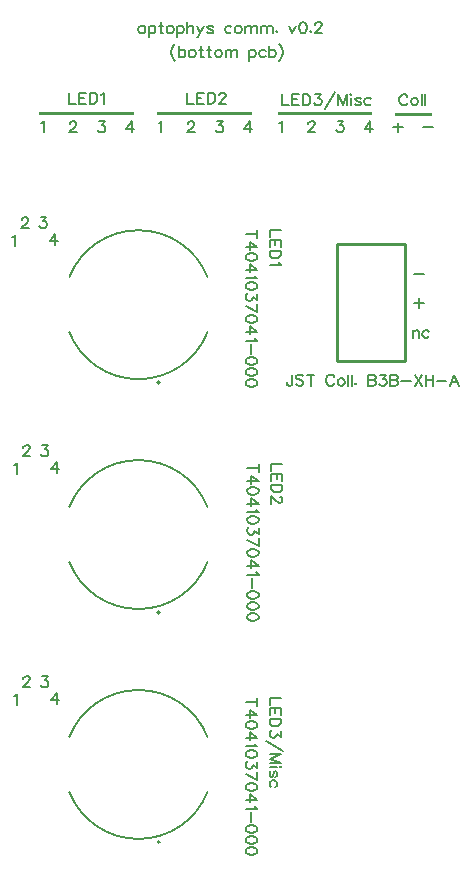
<source format=gto>
G04 Layer: TopSilkscreenLayer*
G04 EasyEDA v6.5.42, 2024-04-22 14:16:48*
G04 7752da08fb664a89a939598d6395460c,c115876feeed43bc8c79c948ea027e3a,10*
G04 Gerber Generator version 0.2*
G04 Scale: 100 percent, Rotated: No, Reflected: No *
G04 Dimensions in millimeters *
G04 leading zeros omitted , absolute positions ,4 integer and 5 decimal *
%FSLAX45Y45*%
%MOMM*%

%ADD10C,0.2032*%
%ADD11C,0.1999*%
%ADD12C,0.1270*%
%ADD13C,0.2540*%

%LPD*%
D10*
X2336038Y-1841500D02*
G01*
X2240534Y-1841500D01*
X2240534Y-1841500D02*
G01*
X2240534Y-1896110D01*
X2336038Y-1926081D02*
G01*
X2240534Y-1926081D01*
X2336038Y-1926081D02*
G01*
X2336038Y-1985010D01*
X2290572Y-1926081D02*
G01*
X2290572Y-1962404D01*
X2240534Y-1926081D02*
G01*
X2240534Y-1985010D01*
X2336038Y-2015236D02*
G01*
X2240534Y-2015236D01*
X2336038Y-2015236D02*
G01*
X2336038Y-2046986D01*
X2331465Y-2060702D01*
X2322575Y-2069592D01*
X2313431Y-2074163D01*
X2299715Y-2078736D01*
X2277109Y-2078736D01*
X2263393Y-2074163D01*
X2254250Y-2069592D01*
X2245106Y-2060702D01*
X2240534Y-2046986D01*
X2240534Y-2015236D01*
X2318004Y-2108707D02*
G01*
X2322575Y-2117852D01*
X2336038Y-2131568D01*
X2240534Y-2131568D01*
X2134615Y-1873250D02*
G01*
X2039111Y-1873250D01*
X2134615Y-1841500D02*
G01*
X2134615Y-1905254D01*
X2134615Y-1980692D02*
G01*
X2070861Y-1935226D01*
X2070861Y-2003297D01*
X2134615Y-1980692D02*
G01*
X2039111Y-1980692D01*
X2134615Y-2060702D02*
G01*
X2130043Y-2046986D01*
X2116327Y-2037842D01*
X2093722Y-2033270D01*
X2080006Y-2033270D01*
X2057145Y-2037842D01*
X2043684Y-2046986D01*
X2039111Y-2060702D01*
X2039111Y-2069592D01*
X2043684Y-2083307D01*
X2057145Y-2092452D01*
X2080006Y-2097023D01*
X2093722Y-2097023D01*
X2116327Y-2092452D01*
X2130043Y-2083307D01*
X2134615Y-2069592D01*
X2134615Y-2060702D01*
X2134615Y-2172462D02*
G01*
X2070861Y-2126995D01*
X2070861Y-2195068D01*
X2134615Y-2172462D02*
G01*
X2039111Y-2172462D01*
X2116327Y-2225039D02*
G01*
X2120900Y-2234184D01*
X2134615Y-2247900D01*
X2039111Y-2247900D01*
X2134615Y-2305050D02*
G01*
X2130043Y-2291587D01*
X2116327Y-2282444D01*
X2093722Y-2277871D01*
X2080006Y-2277871D01*
X2057145Y-2282444D01*
X2043684Y-2291587D01*
X2039111Y-2305050D01*
X2039111Y-2314194D01*
X2043684Y-2327910D01*
X2057145Y-2337054D01*
X2080006Y-2341626D01*
X2093722Y-2341626D01*
X2116327Y-2337054D01*
X2130043Y-2327910D01*
X2134615Y-2314194D01*
X2134615Y-2305050D01*
X2134615Y-2380487D02*
G01*
X2134615Y-2430526D01*
X2098040Y-2403347D01*
X2098040Y-2417063D01*
X2093722Y-2425954D01*
X2089150Y-2430526D01*
X2075434Y-2435097D01*
X2066290Y-2435097D01*
X2052574Y-2430526D01*
X2043684Y-2421381D01*
X2039111Y-2407920D01*
X2039111Y-2394204D01*
X2043684Y-2380487D01*
X2048256Y-2376170D01*
X2057145Y-2371597D01*
X2134615Y-2528823D02*
G01*
X2039111Y-2483357D01*
X2134615Y-2465070D02*
G01*
X2134615Y-2528823D01*
X2134615Y-2585973D02*
G01*
X2130043Y-2572512D01*
X2116327Y-2563368D01*
X2093722Y-2558795D01*
X2080006Y-2558795D01*
X2057145Y-2563368D01*
X2043684Y-2572512D01*
X2039111Y-2585973D01*
X2039111Y-2595118D01*
X2043684Y-2608834D01*
X2057145Y-2617978D01*
X2080006Y-2622295D01*
X2093722Y-2622295D01*
X2116327Y-2617978D01*
X2130043Y-2608834D01*
X2134615Y-2595118D01*
X2134615Y-2585973D01*
X2134615Y-2697987D02*
G01*
X2070861Y-2652521D01*
X2070861Y-2720594D01*
X2134615Y-2697987D02*
G01*
X2039111Y-2697987D01*
X2116327Y-2750565D02*
G01*
X2120900Y-2759710D01*
X2134615Y-2773426D01*
X2039111Y-2773426D01*
X2080006Y-2803397D02*
G01*
X2080006Y-2885186D01*
X2134615Y-2942336D02*
G01*
X2130043Y-2928873D01*
X2116327Y-2919729D01*
X2093722Y-2915157D01*
X2080006Y-2915157D01*
X2057145Y-2919729D01*
X2043684Y-2928873D01*
X2039111Y-2942336D01*
X2039111Y-2951479D01*
X2043684Y-2965195D01*
X2057145Y-2974339D01*
X2080006Y-2978657D01*
X2093722Y-2978657D01*
X2116327Y-2974339D01*
X2130043Y-2965195D01*
X2134615Y-2951479D01*
X2134615Y-2942336D01*
X2134615Y-3036062D02*
G01*
X2130043Y-3022345D01*
X2116327Y-3013202D01*
X2093722Y-3008884D01*
X2080006Y-3008884D01*
X2057145Y-3013202D01*
X2043684Y-3022345D01*
X2039111Y-3036062D01*
X2039111Y-3045205D01*
X2043684Y-3058668D01*
X2057145Y-3067812D01*
X2080006Y-3072384D01*
X2093722Y-3072384D01*
X2116327Y-3067812D01*
X2130043Y-3058668D01*
X2134615Y-3045205D01*
X2134615Y-3036062D01*
X2134615Y-3129787D02*
G01*
X2130043Y-3116071D01*
X2116327Y-3106928D01*
X2093722Y-3102355D01*
X2080006Y-3102355D01*
X2057145Y-3106928D01*
X2043684Y-3116071D01*
X2039111Y-3129787D01*
X2039111Y-3138678D01*
X2043684Y-3152394D01*
X2057145Y-3161537D01*
X2080006Y-3166110D01*
X2093722Y-3166110D01*
X2116327Y-3161537D01*
X2130043Y-3152394D01*
X2134615Y-3138678D01*
X2134615Y-3129787D01*
X2348738Y-3822700D02*
G01*
X2253234Y-3822700D01*
X2253234Y-3822700D02*
G01*
X2253234Y-3877310D01*
X2348738Y-3907281D02*
G01*
X2253234Y-3907281D01*
X2348738Y-3907281D02*
G01*
X2348738Y-3966210D01*
X2303272Y-3907281D02*
G01*
X2303272Y-3943604D01*
X2253234Y-3907281D02*
G01*
X2253234Y-3966210D01*
X2348738Y-3996436D02*
G01*
X2253234Y-3996436D01*
X2348738Y-3996436D02*
G01*
X2348738Y-4028186D01*
X2344165Y-4041902D01*
X2335275Y-4050792D01*
X2326131Y-4055363D01*
X2312415Y-4059936D01*
X2289809Y-4059936D01*
X2276093Y-4055363D01*
X2266950Y-4050792D01*
X2257806Y-4041902D01*
X2253234Y-4028186D01*
X2253234Y-3996436D01*
X2326131Y-4094479D02*
G01*
X2330704Y-4094479D01*
X2339593Y-4099052D01*
X2344165Y-4103623D01*
X2348738Y-4112768D01*
X2348738Y-4130802D01*
X2344165Y-4139945D01*
X2339593Y-4144518D01*
X2330704Y-4149089D01*
X2321559Y-4149089D01*
X2312415Y-4144518D01*
X2298700Y-4135373D01*
X2253234Y-4089907D01*
X2253234Y-4153662D01*
X2147315Y-3854450D02*
G01*
X2051811Y-3854450D01*
X2147315Y-3822700D02*
G01*
X2147315Y-3886454D01*
X2147315Y-3961892D02*
G01*
X2083561Y-3916426D01*
X2083561Y-3984497D01*
X2147315Y-3961892D02*
G01*
X2051811Y-3961892D01*
X2147315Y-4041902D02*
G01*
X2142743Y-4028186D01*
X2129027Y-4019042D01*
X2106422Y-4014470D01*
X2092706Y-4014470D01*
X2069845Y-4019042D01*
X2056384Y-4028186D01*
X2051811Y-4041902D01*
X2051811Y-4050792D01*
X2056384Y-4064507D01*
X2069845Y-4073652D01*
X2092706Y-4078223D01*
X2106422Y-4078223D01*
X2129027Y-4073652D01*
X2142743Y-4064507D01*
X2147315Y-4050792D01*
X2147315Y-4041902D01*
X2147315Y-4153662D02*
G01*
X2083561Y-4108195D01*
X2083561Y-4176268D01*
X2147315Y-4153662D02*
G01*
X2051811Y-4153662D01*
X2129027Y-4206239D02*
G01*
X2133600Y-4215384D01*
X2147315Y-4229100D01*
X2051811Y-4229100D01*
X2147315Y-4286250D02*
G01*
X2142743Y-4272787D01*
X2129027Y-4263644D01*
X2106422Y-4259071D01*
X2092706Y-4259071D01*
X2069845Y-4263644D01*
X2056384Y-4272787D01*
X2051811Y-4286250D01*
X2051811Y-4295394D01*
X2056384Y-4309110D01*
X2069845Y-4318254D01*
X2092706Y-4322826D01*
X2106422Y-4322826D01*
X2129027Y-4318254D01*
X2142743Y-4309110D01*
X2147315Y-4295394D01*
X2147315Y-4286250D01*
X2147315Y-4361687D02*
G01*
X2147315Y-4411726D01*
X2110740Y-4384547D01*
X2110740Y-4398263D01*
X2106422Y-4407154D01*
X2101850Y-4411726D01*
X2088134Y-4416297D01*
X2078990Y-4416297D01*
X2065274Y-4411726D01*
X2056384Y-4402581D01*
X2051811Y-4389120D01*
X2051811Y-4375404D01*
X2056384Y-4361687D01*
X2060956Y-4357370D01*
X2069845Y-4352797D01*
X2147315Y-4510023D02*
G01*
X2051811Y-4464557D01*
X2147315Y-4446270D02*
G01*
X2147315Y-4510023D01*
X2147315Y-4567173D02*
G01*
X2142743Y-4553712D01*
X2129027Y-4544568D01*
X2106422Y-4539995D01*
X2092706Y-4539995D01*
X2069845Y-4544568D01*
X2056384Y-4553712D01*
X2051811Y-4567173D01*
X2051811Y-4576318D01*
X2056384Y-4590034D01*
X2069845Y-4599178D01*
X2092706Y-4603495D01*
X2106422Y-4603495D01*
X2129027Y-4599178D01*
X2142743Y-4590034D01*
X2147315Y-4576318D01*
X2147315Y-4567173D01*
X2147315Y-4679187D02*
G01*
X2083561Y-4633721D01*
X2083561Y-4701794D01*
X2147315Y-4679187D02*
G01*
X2051811Y-4679187D01*
X2129027Y-4731765D02*
G01*
X2133600Y-4740910D01*
X2147315Y-4754626D01*
X2051811Y-4754626D01*
X2092706Y-4784597D02*
G01*
X2092706Y-4866386D01*
X2147315Y-4923536D02*
G01*
X2142743Y-4910073D01*
X2129027Y-4900929D01*
X2106422Y-4896357D01*
X2092706Y-4896357D01*
X2069845Y-4900929D01*
X2056384Y-4910073D01*
X2051811Y-4923536D01*
X2051811Y-4932679D01*
X2056384Y-4946395D01*
X2069845Y-4955539D01*
X2092706Y-4959857D01*
X2106422Y-4959857D01*
X2129027Y-4955539D01*
X2142743Y-4946395D01*
X2147315Y-4932679D01*
X2147315Y-4923536D01*
X2147315Y-5017262D02*
G01*
X2142743Y-5003545D01*
X2129027Y-4994402D01*
X2106422Y-4990084D01*
X2092706Y-4990084D01*
X2069845Y-4994402D01*
X2056384Y-5003545D01*
X2051811Y-5017262D01*
X2051811Y-5026405D01*
X2056384Y-5039868D01*
X2069845Y-5049012D01*
X2092706Y-5053584D01*
X2106422Y-5053584D01*
X2129027Y-5049012D01*
X2142743Y-5039868D01*
X2147315Y-5026405D01*
X2147315Y-5017262D01*
X2147315Y-5110987D02*
G01*
X2142743Y-5097271D01*
X2129027Y-5088128D01*
X2106422Y-5083555D01*
X2092706Y-5083555D01*
X2069845Y-5088128D01*
X2056384Y-5097271D01*
X2051811Y-5110987D01*
X2051811Y-5119878D01*
X2056384Y-5133594D01*
X2069845Y-5142737D01*
X2092706Y-5147310D01*
X2106422Y-5147310D01*
X2129027Y-5142737D01*
X2142743Y-5133594D01*
X2147315Y-5119878D01*
X2147315Y-5110987D01*
X2433065Y-3061462D02*
G01*
X2433065Y-3134105D01*
X2428493Y-3147821D01*
X2423922Y-3152394D01*
X2414777Y-3156965D01*
X2405888Y-3156965D01*
X2396743Y-3152394D01*
X2392172Y-3147821D01*
X2387600Y-3134105D01*
X2387600Y-3124962D01*
X2526791Y-3074923D02*
G01*
X2517647Y-3066034D01*
X2503931Y-3061462D01*
X2485897Y-3061462D01*
X2472181Y-3066034D01*
X2463038Y-3074923D01*
X2463038Y-3084068D01*
X2467609Y-3093212D01*
X2472181Y-3097784D01*
X2481325Y-3102355D01*
X2508504Y-3111500D01*
X2517647Y-3115818D01*
X2522220Y-3120389D01*
X2526791Y-3129534D01*
X2526791Y-3143250D01*
X2517647Y-3152394D01*
X2503931Y-3156965D01*
X2485897Y-3156965D01*
X2472181Y-3152394D01*
X2463038Y-3143250D01*
X2588513Y-3061462D02*
G01*
X2588513Y-3156965D01*
X2556763Y-3061462D02*
G01*
X2620263Y-3061462D01*
X2788411Y-3084068D02*
G01*
X2783840Y-3074923D01*
X2774950Y-3066034D01*
X2765806Y-3061462D01*
X2747518Y-3061462D01*
X2738627Y-3066034D01*
X2729484Y-3074923D01*
X2724911Y-3084068D01*
X2720340Y-3097784D01*
X2720340Y-3120389D01*
X2724911Y-3134105D01*
X2729484Y-3143250D01*
X2738627Y-3152394D01*
X2747518Y-3156965D01*
X2765806Y-3156965D01*
X2774950Y-3152394D01*
X2783840Y-3143250D01*
X2788411Y-3134105D01*
X2841243Y-3093212D02*
G01*
X2832100Y-3097784D01*
X2822956Y-3106928D01*
X2818384Y-3120389D01*
X2818384Y-3129534D01*
X2822956Y-3143250D01*
X2832100Y-3152394D01*
X2841243Y-3156965D01*
X2854959Y-3156965D01*
X2863850Y-3152394D01*
X2872993Y-3143250D01*
X2877565Y-3129534D01*
X2877565Y-3120389D01*
X2872993Y-3106928D01*
X2863850Y-3097784D01*
X2854959Y-3093212D01*
X2841243Y-3093212D01*
X2907538Y-3061462D02*
G01*
X2907538Y-3156965D01*
X2937509Y-3061462D02*
G01*
X2937509Y-3156965D01*
X2972054Y-3134105D02*
G01*
X2967481Y-3138678D01*
X2972054Y-3143250D01*
X2976625Y-3138678D01*
X2972054Y-3134105D01*
X3076702Y-3061462D02*
G01*
X3076702Y-3156965D01*
X3076702Y-3061462D02*
G01*
X3117595Y-3061462D01*
X3131311Y-3066034D01*
X3135884Y-3070605D01*
X3140202Y-3079495D01*
X3140202Y-3088639D01*
X3135884Y-3097784D01*
X3131311Y-3102355D01*
X3117595Y-3106928D01*
X3076702Y-3106928D02*
G01*
X3117595Y-3106928D01*
X3131311Y-3111500D01*
X3135884Y-3115818D01*
X3140202Y-3124962D01*
X3140202Y-3138678D01*
X3135884Y-3147821D01*
X3131311Y-3152394D01*
X3117595Y-3156965D01*
X3076702Y-3156965D01*
X3179318Y-3061462D02*
G01*
X3229356Y-3061462D01*
X3202177Y-3097784D01*
X3215893Y-3097784D01*
X3224784Y-3102355D01*
X3229356Y-3106928D01*
X3233927Y-3120389D01*
X3233927Y-3129534D01*
X3229356Y-3143250D01*
X3220211Y-3152394D01*
X3206750Y-3156965D01*
X3193034Y-3156965D01*
X3179318Y-3152394D01*
X3174745Y-3147821D01*
X3170427Y-3138678D01*
X3263900Y-3061462D02*
G01*
X3263900Y-3156965D01*
X3263900Y-3061462D02*
G01*
X3304793Y-3061462D01*
X3318509Y-3066034D01*
X3323081Y-3070605D01*
X3327654Y-3079495D01*
X3327654Y-3088639D01*
X3323081Y-3097784D01*
X3318509Y-3102355D01*
X3304793Y-3106928D01*
X3263900Y-3106928D02*
G01*
X3304793Y-3106928D01*
X3318509Y-3111500D01*
X3323081Y-3115818D01*
X3327654Y-3124962D01*
X3327654Y-3138678D01*
X3323081Y-3147821D01*
X3318509Y-3152394D01*
X3304793Y-3156965D01*
X3263900Y-3156965D01*
X3357625Y-3115818D02*
G01*
X3439413Y-3115818D01*
X3469386Y-3061462D02*
G01*
X3533140Y-3156965D01*
X3533140Y-3061462D02*
G01*
X3469386Y-3156965D01*
X3563111Y-3061462D02*
G01*
X3563111Y-3156965D01*
X3626611Y-3061462D02*
G01*
X3626611Y-3156965D01*
X3563111Y-3106928D02*
G01*
X3626611Y-3106928D01*
X3656584Y-3115818D02*
G01*
X3738625Y-3115818D01*
X3804920Y-3061462D02*
G01*
X3768597Y-3156965D01*
X3804920Y-3061462D02*
G01*
X3841241Y-3156965D01*
X3782059Y-3124962D02*
G01*
X3827525Y-3124962D01*
X1152906Y-108712D02*
G01*
X1144015Y-113284D01*
X1134872Y-122428D01*
X1130300Y-135889D01*
X1130300Y-145034D01*
X1134872Y-158750D01*
X1144015Y-167894D01*
X1152906Y-172465D01*
X1166622Y-172465D01*
X1175765Y-167894D01*
X1184909Y-158750D01*
X1189481Y-145034D01*
X1189481Y-135889D01*
X1184909Y-122428D01*
X1175765Y-113284D01*
X1166622Y-108712D01*
X1152906Y-108712D01*
X1219454Y-108712D02*
G01*
X1219454Y-204215D01*
X1219454Y-122428D02*
G01*
X1228597Y-113284D01*
X1237488Y-108712D01*
X1251204Y-108712D01*
X1260347Y-113284D01*
X1269491Y-122428D01*
X1273809Y-135889D01*
X1273809Y-145034D01*
X1269491Y-158750D01*
X1260347Y-167894D01*
X1251204Y-172465D01*
X1237488Y-172465D01*
X1228597Y-167894D01*
X1219454Y-158750D01*
X1317497Y-76962D02*
G01*
X1317497Y-154178D01*
X1322070Y-167894D01*
X1331213Y-172465D01*
X1340358Y-172465D01*
X1304036Y-108712D02*
G01*
X1335786Y-108712D01*
X1392936Y-108712D02*
G01*
X1384045Y-113284D01*
X1374902Y-122428D01*
X1370329Y-135889D01*
X1370329Y-145034D01*
X1374902Y-158750D01*
X1384045Y-167894D01*
X1392936Y-172465D01*
X1406652Y-172465D01*
X1415795Y-167894D01*
X1424940Y-158750D01*
X1429511Y-145034D01*
X1429511Y-135889D01*
X1424940Y-122428D01*
X1415795Y-113284D01*
X1406652Y-108712D01*
X1392936Y-108712D01*
X1459484Y-108712D02*
G01*
X1459484Y-204215D01*
X1459484Y-122428D02*
G01*
X1468374Y-113284D01*
X1477518Y-108712D01*
X1491234Y-108712D01*
X1500377Y-113284D01*
X1509268Y-122428D01*
X1513840Y-135889D01*
X1513840Y-145034D01*
X1509268Y-158750D01*
X1500377Y-167894D01*
X1491234Y-172465D01*
X1477518Y-172465D01*
X1468374Y-167894D01*
X1459484Y-158750D01*
X1543811Y-76962D02*
G01*
X1543811Y-172465D01*
X1543811Y-127000D02*
G01*
X1557527Y-113284D01*
X1566672Y-108712D01*
X1580388Y-108712D01*
X1589277Y-113284D01*
X1593850Y-127000D01*
X1593850Y-172465D01*
X1628393Y-108712D02*
G01*
X1655825Y-172465D01*
X1683004Y-108712D02*
G01*
X1655825Y-172465D01*
X1646681Y-190500D01*
X1637538Y-199644D01*
X1628393Y-204215D01*
X1623822Y-204215D01*
X1763013Y-122428D02*
G01*
X1758441Y-113284D01*
X1744725Y-108712D01*
X1731263Y-108712D01*
X1717547Y-113284D01*
X1712975Y-122428D01*
X1717547Y-131318D01*
X1726691Y-135889D01*
X1749297Y-140462D01*
X1758441Y-145034D01*
X1763013Y-154178D01*
X1763013Y-158750D01*
X1758441Y-167894D01*
X1744725Y-172465D01*
X1731263Y-172465D01*
X1717547Y-167894D01*
X1712975Y-158750D01*
X1917445Y-122428D02*
G01*
X1908556Y-113284D01*
X1899411Y-108712D01*
X1885695Y-108712D01*
X1876552Y-113284D01*
X1867661Y-122428D01*
X1863090Y-135889D01*
X1863090Y-145034D01*
X1867661Y-158750D01*
X1876552Y-167894D01*
X1885695Y-172465D01*
X1899411Y-172465D01*
X1908556Y-167894D01*
X1917445Y-158750D01*
X1970277Y-108712D02*
G01*
X1961134Y-113284D01*
X1951990Y-122428D01*
X1947672Y-135889D01*
X1947672Y-145034D01*
X1951990Y-158750D01*
X1961134Y-167894D01*
X1970277Y-172465D01*
X1983993Y-172465D01*
X1993138Y-167894D01*
X2002027Y-158750D01*
X2006600Y-145034D01*
X2006600Y-135889D01*
X2002027Y-122428D01*
X1993138Y-113284D01*
X1983993Y-108712D01*
X1970277Y-108712D01*
X2036572Y-108712D02*
G01*
X2036572Y-172465D01*
X2036572Y-127000D02*
G01*
X2050288Y-113284D01*
X2059431Y-108712D01*
X2073147Y-108712D01*
X2082038Y-113284D01*
X2086609Y-127000D01*
X2086609Y-172465D01*
X2086609Y-127000D02*
G01*
X2100325Y-113284D01*
X2109470Y-108712D01*
X2122931Y-108712D01*
X2132075Y-113284D01*
X2136647Y-127000D01*
X2136647Y-172465D01*
X2166620Y-108712D02*
G01*
X2166620Y-172465D01*
X2166620Y-127000D02*
G01*
X2180336Y-113284D01*
X2189479Y-108712D01*
X2202941Y-108712D01*
X2212086Y-113284D01*
X2216658Y-127000D01*
X2216658Y-172465D01*
X2216658Y-127000D02*
G01*
X2230374Y-113284D01*
X2239263Y-108712D01*
X2252979Y-108712D01*
X2262124Y-113284D01*
X2266695Y-127000D01*
X2266695Y-172465D01*
X2301240Y-149605D02*
G01*
X2296668Y-154178D01*
X2301240Y-158750D01*
X2305811Y-154178D01*
X2301240Y-149605D01*
X2405634Y-108712D02*
G01*
X2433065Y-172465D01*
X2460243Y-108712D02*
G01*
X2433065Y-172465D01*
X2517647Y-76962D02*
G01*
X2503931Y-81534D01*
X2494788Y-94995D01*
X2490215Y-117855D01*
X2490215Y-131318D01*
X2494788Y-154178D01*
X2503931Y-167894D01*
X2517647Y-172465D01*
X2526538Y-172465D01*
X2540254Y-167894D01*
X2549397Y-154178D01*
X2553970Y-131318D01*
X2553970Y-117855D01*
X2549397Y-94995D01*
X2540254Y-81534D01*
X2526538Y-76962D01*
X2517647Y-76962D01*
X2588513Y-149605D02*
G01*
X2583941Y-154178D01*
X2588513Y-158750D01*
X2593086Y-154178D01*
X2588513Y-149605D01*
X2627629Y-99568D02*
G01*
X2627629Y-94995D01*
X2632202Y-86105D01*
X2636774Y-81534D01*
X2645663Y-76962D01*
X2663952Y-76962D01*
X2673095Y-81534D01*
X2677668Y-86105D01*
X2682240Y-94995D01*
X2682240Y-104139D01*
X2677668Y-113284D01*
X2668524Y-127000D01*
X2623058Y-172465D01*
X2686558Y-172465D01*
X1442211Y-260350D02*
G01*
X1433068Y-269494D01*
X1423924Y-282955D01*
X1414779Y-301244D01*
X1410208Y-323850D01*
X1410208Y-342137D01*
X1414779Y-364744D01*
X1423924Y-383031D01*
X1433068Y-396747D01*
X1442211Y-405637D01*
X1472184Y-278384D02*
G01*
X1472184Y-373887D01*
X1472184Y-323850D02*
G01*
X1481327Y-314960D01*
X1490218Y-310387D01*
X1503934Y-310387D01*
X1513077Y-314960D01*
X1522222Y-323850D01*
X1526540Y-337565D01*
X1526540Y-346710D01*
X1522222Y-360426D01*
X1513077Y-369315D01*
X1503934Y-373887D01*
X1490218Y-373887D01*
X1481327Y-369315D01*
X1472184Y-360426D01*
X1579372Y-310387D02*
G01*
X1570227Y-314960D01*
X1561084Y-323850D01*
X1556765Y-337565D01*
X1556765Y-346710D01*
X1561084Y-360426D01*
X1570227Y-369315D01*
X1579372Y-373887D01*
X1593088Y-373887D01*
X1602231Y-369315D01*
X1611122Y-360426D01*
X1615693Y-346710D01*
X1615693Y-337565D01*
X1611122Y-323850D01*
X1602231Y-314960D01*
X1593088Y-310387D01*
X1579372Y-310387D01*
X1659381Y-278384D02*
G01*
X1659381Y-355854D01*
X1663954Y-369315D01*
X1673097Y-373887D01*
X1682241Y-373887D01*
X1645665Y-310387D02*
G01*
X1677670Y-310387D01*
X1725675Y-278384D02*
G01*
X1725675Y-355854D01*
X1730247Y-369315D01*
X1739391Y-373887D01*
X1748536Y-373887D01*
X1712213Y-310387D02*
G01*
X1743963Y-310387D01*
X1801113Y-310387D02*
G01*
X1792224Y-314960D01*
X1783079Y-323850D01*
X1778508Y-337565D01*
X1778508Y-346710D01*
X1783079Y-360426D01*
X1792224Y-369315D01*
X1801113Y-373887D01*
X1814829Y-373887D01*
X1823974Y-369315D01*
X1833118Y-360426D01*
X1837690Y-346710D01*
X1837690Y-337565D01*
X1833118Y-323850D01*
X1823974Y-314960D01*
X1814829Y-310387D01*
X1801113Y-310387D01*
X1867661Y-310387D02*
G01*
X1867661Y-373887D01*
X1867661Y-328421D02*
G01*
X1881124Y-314960D01*
X1890268Y-310387D01*
X1903984Y-310387D01*
X1913127Y-314960D01*
X1917445Y-328421D01*
X1917445Y-373887D01*
X1917445Y-328421D02*
G01*
X1931161Y-314960D01*
X1940306Y-310387D01*
X1954022Y-310387D01*
X1962911Y-314960D01*
X1967484Y-328421D01*
X1967484Y-373887D01*
X2067559Y-310387D02*
G01*
X2067559Y-405637D01*
X2067559Y-323850D02*
G01*
X2076704Y-314960D01*
X2085847Y-310387D01*
X2099309Y-310387D01*
X2108454Y-314960D01*
X2117597Y-323850D01*
X2122170Y-337565D01*
X2122170Y-346710D01*
X2117597Y-360426D01*
X2108454Y-369315D01*
X2099309Y-373887D01*
X2085847Y-373887D01*
X2076704Y-369315D01*
X2067559Y-360426D01*
X2206752Y-323850D02*
G01*
X2197608Y-314960D01*
X2188463Y-310387D01*
X2174747Y-310387D01*
X2165858Y-314960D01*
X2156713Y-323850D01*
X2152141Y-337565D01*
X2152141Y-346710D01*
X2156713Y-360426D01*
X2165858Y-369315D01*
X2174747Y-373887D01*
X2188463Y-373887D01*
X2197608Y-369315D01*
X2206752Y-360426D01*
X2236724Y-278384D02*
G01*
X2236724Y-373887D01*
X2236724Y-323850D02*
G01*
X2245868Y-314960D01*
X2254758Y-310387D01*
X2268474Y-310387D01*
X2277618Y-314960D01*
X2286761Y-323850D01*
X2291079Y-337565D01*
X2291079Y-346710D01*
X2286761Y-360426D01*
X2277618Y-369315D01*
X2268474Y-373887D01*
X2254758Y-373887D01*
X2245868Y-369315D01*
X2236724Y-360426D01*
X2321306Y-260350D02*
G01*
X2330195Y-269494D01*
X2339340Y-282955D01*
X2348484Y-301244D01*
X2353056Y-323850D01*
X2353056Y-342137D01*
X2348484Y-364744D01*
X2339340Y-383031D01*
X2330195Y-396747D01*
X2321306Y-405637D01*
X3330193Y-928623D02*
G01*
X3330193Y-1010665D01*
X3289300Y-969518D02*
G01*
X3371088Y-969518D01*
X3543300Y-969518D02*
G01*
X3625088Y-969518D01*
X546100Y-673862D02*
G01*
X546100Y-769365D01*
X546100Y-769365D02*
G01*
X600710Y-769365D01*
X630681Y-673862D02*
G01*
X630681Y-769365D01*
X630681Y-673862D02*
G01*
X689609Y-673862D01*
X630681Y-719328D02*
G01*
X667004Y-719328D01*
X630681Y-769365D02*
G01*
X689609Y-769365D01*
X719836Y-673862D02*
G01*
X719836Y-769365D01*
X719836Y-673862D02*
G01*
X751586Y-673862D01*
X765302Y-678434D01*
X774191Y-687323D01*
X778763Y-696468D01*
X783336Y-710184D01*
X783336Y-732789D01*
X778763Y-746505D01*
X774191Y-755650D01*
X765302Y-764794D01*
X751586Y-769365D01*
X719836Y-769365D01*
X813308Y-691895D02*
G01*
X822452Y-687323D01*
X836168Y-673862D01*
X836168Y-769365D01*
X304800Y-933195D02*
G01*
X313944Y-928623D01*
X327405Y-915162D01*
X327405Y-1010665D01*
X550671Y-937768D02*
G01*
X550671Y-933195D01*
X555244Y-924305D01*
X559815Y-919734D01*
X568705Y-915162D01*
X586994Y-915162D01*
X596137Y-919734D01*
X600710Y-924305D01*
X605281Y-933195D01*
X605281Y-942339D01*
X600710Y-951484D01*
X591565Y-965200D01*
X546100Y-1010665D01*
X609854Y-1010665D01*
X796543Y-915162D02*
G01*
X846581Y-915162D01*
X819150Y-951484D01*
X832865Y-951484D01*
X842009Y-956055D01*
X846581Y-960628D01*
X851154Y-974089D01*
X851154Y-983234D01*
X846581Y-996950D01*
X837438Y-1006094D01*
X823722Y-1010665D01*
X810006Y-1010665D01*
X796543Y-1006094D01*
X791972Y-1001521D01*
X787400Y-992378D01*
X1074165Y-915162D02*
G01*
X1028700Y-978662D01*
X1096772Y-978662D01*
X1074165Y-915162D02*
G01*
X1074165Y-1010665D01*
X1543050Y-674115D02*
G01*
X1543050Y-769365D01*
X1543050Y-769365D02*
G01*
X1597659Y-769365D01*
X1627631Y-674115D02*
G01*
X1627631Y-769365D01*
X1627631Y-674115D02*
G01*
X1686813Y-674115D01*
X1627631Y-719328D02*
G01*
X1663954Y-719328D01*
X1627631Y-769365D02*
G01*
X1686813Y-769365D01*
X1716786Y-674115D02*
G01*
X1716786Y-769365D01*
X1716786Y-674115D02*
G01*
X1748536Y-674115D01*
X1762252Y-678434D01*
X1771395Y-687578D01*
X1775713Y-696721D01*
X1780286Y-710437D01*
X1780286Y-733044D01*
X1775713Y-746760D01*
X1771395Y-755904D01*
X1762252Y-764794D01*
X1748536Y-769365D01*
X1716786Y-769365D01*
X1814829Y-696721D02*
G01*
X1814829Y-692150D01*
X1819402Y-683005D01*
X1823974Y-678434D01*
X1833118Y-674115D01*
X1851406Y-674115D01*
X1860295Y-678434D01*
X1864868Y-683005D01*
X1869440Y-692150D01*
X1869440Y-701294D01*
X1864868Y-710437D01*
X1855724Y-723900D01*
X1810258Y-769365D01*
X1874011Y-769365D01*
X1301800Y-933396D02*
G01*
X1310944Y-928824D01*
X1324406Y-915362D01*
X1324406Y-1010866D01*
X1547672Y-937968D02*
G01*
X1547672Y-933396D01*
X1552244Y-924506D01*
X1556816Y-919934D01*
X1565706Y-915362D01*
X1583994Y-915362D01*
X1593138Y-919934D01*
X1597710Y-924506D01*
X1602282Y-933396D01*
X1602282Y-942540D01*
X1597710Y-951684D01*
X1588566Y-965400D01*
X1543100Y-1010866D01*
X1606854Y-1010866D01*
X1793544Y-915362D02*
G01*
X1843582Y-915362D01*
X1816150Y-951684D01*
X1829866Y-951684D01*
X1839010Y-956256D01*
X1843582Y-960828D01*
X1848154Y-974290D01*
X1848154Y-983434D01*
X1843582Y-997150D01*
X1834438Y-1006294D01*
X1820722Y-1010866D01*
X1807006Y-1010866D01*
X1793544Y-1006294D01*
X1788972Y-1001722D01*
X1784400Y-992578D01*
X2071166Y-915362D02*
G01*
X2025700Y-978862D01*
X2093772Y-978862D01*
X2071166Y-915362D02*
G01*
X2071166Y-1010866D01*
X63500Y-1898395D02*
G01*
X72644Y-1893823D01*
X86105Y-1880362D01*
X86105Y-1975865D01*
X144271Y-1750568D02*
G01*
X144271Y-1745995D01*
X148844Y-1737105D01*
X153415Y-1732534D01*
X162305Y-1727962D01*
X180594Y-1727962D01*
X189737Y-1732534D01*
X194310Y-1737105D01*
X198881Y-1745995D01*
X198881Y-1755139D01*
X194310Y-1764284D01*
X185165Y-1778000D01*
X139700Y-1823465D01*
X203454Y-1823465D01*
X301244Y-1727962D02*
G01*
X351281Y-1727962D01*
X323850Y-1764284D01*
X337565Y-1764284D01*
X346710Y-1768855D01*
X351281Y-1773428D01*
X355854Y-1786889D01*
X355854Y-1796034D01*
X351281Y-1809750D01*
X342137Y-1818894D01*
X328421Y-1823465D01*
X314705Y-1823465D01*
X301244Y-1818894D01*
X296671Y-1814321D01*
X292100Y-1805178D01*
X426465Y-1867662D02*
G01*
X381000Y-1931162D01*
X449071Y-1931162D01*
X426465Y-1867662D02*
G01*
X426465Y-1963165D01*
X76200Y-3828795D02*
G01*
X85344Y-3824223D01*
X98805Y-3810762D01*
X98805Y-3906265D01*
X156971Y-3680968D02*
G01*
X156971Y-3676395D01*
X161544Y-3667505D01*
X166115Y-3662934D01*
X175005Y-3658362D01*
X193294Y-3658362D01*
X202437Y-3662934D01*
X207010Y-3667505D01*
X211581Y-3676395D01*
X211581Y-3685539D01*
X207010Y-3694684D01*
X197865Y-3708400D01*
X152400Y-3753865D01*
X216154Y-3753865D01*
X313944Y-3658362D02*
G01*
X363981Y-3658362D01*
X336550Y-3694684D01*
X350265Y-3694684D01*
X359410Y-3699255D01*
X363981Y-3703828D01*
X368554Y-3717289D01*
X368554Y-3726434D01*
X363981Y-3740150D01*
X354837Y-3749294D01*
X341121Y-3753865D01*
X327405Y-3753865D01*
X313944Y-3749294D01*
X309371Y-3744721D01*
X304800Y-3735578D01*
X439165Y-3798062D02*
G01*
X393700Y-3861562D01*
X461771Y-3861562D01*
X439165Y-3798062D02*
G01*
X439165Y-3893565D01*
X3507993Y-2414523D02*
G01*
X3507993Y-2496565D01*
X3467100Y-2455418D02*
G01*
X3548888Y-2455418D01*
X3467100Y-2214118D02*
G01*
X3548888Y-2214118D01*
X3454400Y-2686812D02*
G01*
X3454400Y-2750565D01*
X3454400Y-2705100D02*
G01*
X3468115Y-2691384D01*
X3477006Y-2686812D01*
X3490722Y-2686812D01*
X3499865Y-2691384D01*
X3504438Y-2705100D01*
X3504438Y-2750565D01*
X3589020Y-2700528D02*
G01*
X3579875Y-2691384D01*
X3570731Y-2686812D01*
X3557015Y-2686812D01*
X3548125Y-2691384D01*
X3538981Y-2700528D01*
X3534409Y-2713989D01*
X3534409Y-2723134D01*
X3538981Y-2736850D01*
X3548125Y-2745994D01*
X3557015Y-2750565D01*
X3570731Y-2750565D01*
X3579875Y-2745994D01*
X3589020Y-2736850D01*
X2349500Y-686562D02*
G01*
X2349500Y-782065D01*
X2349500Y-782065D02*
G01*
X2404109Y-782065D01*
X2434081Y-686562D02*
G01*
X2434081Y-782065D01*
X2434081Y-686562D02*
G01*
X2493009Y-686562D01*
X2434081Y-732028D02*
G01*
X2470404Y-732028D01*
X2434081Y-782065D02*
G01*
X2493009Y-782065D01*
X2523236Y-686562D02*
G01*
X2523236Y-782065D01*
X2523236Y-686562D02*
G01*
X2554986Y-686562D01*
X2568702Y-691134D01*
X2577591Y-700023D01*
X2582163Y-709168D01*
X2586736Y-722884D01*
X2586736Y-745489D01*
X2582163Y-759205D01*
X2577591Y-768350D01*
X2568702Y-777494D01*
X2554986Y-782065D01*
X2523236Y-782065D01*
X2625852Y-686562D02*
G01*
X2675890Y-686562D01*
X2648711Y-722884D01*
X2662174Y-722884D01*
X2671318Y-727455D01*
X2675890Y-732028D01*
X2680461Y-745489D01*
X2680461Y-754634D01*
X2675890Y-768350D01*
X2666745Y-777494D01*
X2653029Y-782065D01*
X2639568Y-782065D01*
X2625852Y-777494D01*
X2621279Y-772921D01*
X2616708Y-763778D01*
X2792222Y-668273D02*
G01*
X2710434Y-813815D01*
X2822193Y-686562D02*
G01*
X2822193Y-782065D01*
X2822193Y-686562D02*
G01*
X2858515Y-782065D01*
X2894838Y-686562D02*
G01*
X2858515Y-782065D01*
X2894838Y-686562D02*
G01*
X2894838Y-782065D01*
X2925063Y-686562D02*
G01*
X2929381Y-691134D01*
X2933954Y-686562D01*
X2929381Y-681989D01*
X2925063Y-686562D01*
X2929381Y-718312D02*
G01*
X2929381Y-782065D01*
X3013963Y-732028D02*
G01*
X3009391Y-722884D01*
X2995929Y-718312D01*
X2982213Y-718312D01*
X2968497Y-722884D01*
X2963925Y-732028D01*
X2968497Y-740918D01*
X2977641Y-745489D01*
X3000502Y-750062D01*
X3009391Y-754634D01*
X3013963Y-763778D01*
X3013963Y-768350D01*
X3009391Y-777494D01*
X2995929Y-782065D01*
X2982213Y-782065D01*
X2968497Y-777494D01*
X2963925Y-768350D01*
X3098545Y-732028D02*
G01*
X3089402Y-722884D01*
X3080511Y-718312D01*
X3066795Y-718312D01*
X3057652Y-722884D01*
X3048508Y-732028D01*
X3043936Y-745489D01*
X3043936Y-754634D01*
X3048508Y-768350D01*
X3057652Y-777494D01*
X3066795Y-782065D01*
X3080511Y-782065D01*
X3089402Y-777494D01*
X3098545Y-768350D01*
X3093465Y-915159D02*
G01*
X3048000Y-978659D01*
X3116072Y-978659D01*
X3093465Y-915159D02*
G01*
X3093465Y-1010663D01*
X2815843Y-915159D02*
G01*
X2865881Y-915159D01*
X2838450Y-951481D01*
X2852165Y-951481D01*
X2861309Y-956053D01*
X2865881Y-960625D01*
X2870454Y-974087D01*
X2870454Y-983231D01*
X2865881Y-996947D01*
X2856738Y-1006091D01*
X2843022Y-1010663D01*
X2829306Y-1010663D01*
X2815843Y-1006091D01*
X2811272Y-1001519D01*
X2806700Y-992375D01*
X2324100Y-933193D02*
G01*
X2333243Y-928621D01*
X2346706Y-915159D01*
X2346706Y-1010663D01*
X2569972Y-937765D02*
G01*
X2569972Y-933193D01*
X2574543Y-924303D01*
X2579115Y-919731D01*
X2588006Y-915159D01*
X2606293Y-915159D01*
X2615438Y-919731D01*
X2620009Y-924303D01*
X2624581Y-933193D01*
X2624581Y-942337D01*
X2620009Y-951481D01*
X2610865Y-965197D01*
X2565400Y-1010663D01*
X2629154Y-1010663D01*
X439165Y-5753862D02*
G01*
X393700Y-5817362D01*
X461771Y-5817362D01*
X439165Y-5753862D02*
G01*
X439165Y-5849365D01*
X313944Y-5614162D02*
G01*
X363981Y-5614162D01*
X336550Y-5650484D01*
X350265Y-5650484D01*
X359410Y-5655055D01*
X363981Y-5659628D01*
X368554Y-5673089D01*
X368554Y-5682234D01*
X363981Y-5695950D01*
X354837Y-5705094D01*
X341121Y-5709665D01*
X327405Y-5709665D01*
X313944Y-5705094D01*
X309371Y-5700521D01*
X304800Y-5691378D01*
X156971Y-5636768D02*
G01*
X156971Y-5632195D01*
X161544Y-5623305D01*
X166115Y-5618734D01*
X175005Y-5614162D01*
X193294Y-5614162D01*
X202437Y-5618734D01*
X207010Y-5623305D01*
X211581Y-5632195D01*
X211581Y-5641339D01*
X207010Y-5650484D01*
X197865Y-5664200D01*
X152400Y-5709665D01*
X216154Y-5709665D01*
X76200Y-5784595D02*
G01*
X85344Y-5780023D01*
X98805Y-5766562D01*
X98805Y-5862065D01*
X2336038Y-5803900D02*
G01*
X2240534Y-5803900D01*
X2240534Y-5803900D02*
G01*
X2240534Y-5858510D01*
X2336038Y-5888481D02*
G01*
X2240534Y-5888481D01*
X2336038Y-5888481D02*
G01*
X2336038Y-5947410D01*
X2290572Y-5888481D02*
G01*
X2290572Y-5924804D01*
X2240534Y-5888481D02*
G01*
X2240534Y-5947410D01*
X2336038Y-5977636D02*
G01*
X2240534Y-5977636D01*
X2336038Y-5977636D02*
G01*
X2336038Y-6009386D01*
X2331465Y-6023102D01*
X2322575Y-6031992D01*
X2313431Y-6036563D01*
X2299715Y-6041136D01*
X2277109Y-6041136D01*
X2263393Y-6036563D01*
X2254250Y-6031992D01*
X2245106Y-6023102D01*
X2240534Y-6009386D01*
X2240534Y-5977636D01*
X2336038Y-6080252D02*
G01*
X2336038Y-6130289D01*
X2299715Y-6103112D01*
X2299715Y-6116573D01*
X2295143Y-6125718D01*
X2290572Y-6130289D01*
X2277109Y-6134862D01*
X2267965Y-6134862D01*
X2254250Y-6130289D01*
X2245106Y-6121145D01*
X2240534Y-6107429D01*
X2240534Y-6093968D01*
X2245106Y-6080252D01*
X2249677Y-6075679D01*
X2258822Y-6071107D01*
X2354325Y-6246621D02*
G01*
X2208784Y-6164834D01*
X2336038Y-6276594D02*
G01*
X2240534Y-6276594D01*
X2336038Y-6276594D02*
G01*
X2240534Y-6312915D01*
X2336038Y-6349237D02*
G01*
X2240534Y-6312915D01*
X2336038Y-6349237D02*
G01*
X2240534Y-6349237D01*
X2336038Y-6379463D02*
G01*
X2331465Y-6383781D01*
X2336038Y-6388354D01*
X2340609Y-6383781D01*
X2336038Y-6379463D01*
X2304288Y-6383781D02*
G01*
X2240534Y-6383781D01*
X2290572Y-6468363D02*
G01*
X2299715Y-6463792D01*
X2304288Y-6450329D01*
X2304288Y-6436613D01*
X2299715Y-6422897D01*
X2290572Y-6418326D01*
X2281681Y-6422897D01*
X2277109Y-6432042D01*
X2272538Y-6454902D01*
X2267965Y-6463792D01*
X2258822Y-6468363D01*
X2254250Y-6468363D01*
X2245106Y-6463792D01*
X2240534Y-6450329D01*
X2240534Y-6436613D01*
X2245106Y-6422897D01*
X2254250Y-6418326D01*
X2290572Y-6552945D02*
G01*
X2299715Y-6543802D01*
X2304288Y-6534912D01*
X2304288Y-6521195D01*
X2299715Y-6512052D01*
X2290572Y-6502907D01*
X2277109Y-6498336D01*
X2267965Y-6498336D01*
X2254250Y-6502907D01*
X2245106Y-6512052D01*
X2240534Y-6521195D01*
X2240534Y-6534912D01*
X2245106Y-6543802D01*
X2254250Y-6552945D01*
X2134615Y-5835650D02*
G01*
X2039111Y-5835650D01*
X2134615Y-5803900D02*
G01*
X2134615Y-5867654D01*
X2134615Y-5943092D02*
G01*
X2070861Y-5897626D01*
X2070861Y-5965697D01*
X2134615Y-5943092D02*
G01*
X2039111Y-5943092D01*
X2134615Y-6023102D02*
G01*
X2130043Y-6009386D01*
X2116327Y-6000242D01*
X2093722Y-5995670D01*
X2080006Y-5995670D01*
X2057145Y-6000242D01*
X2043684Y-6009386D01*
X2039111Y-6023102D01*
X2039111Y-6031992D01*
X2043684Y-6045707D01*
X2057145Y-6054852D01*
X2080006Y-6059423D01*
X2093722Y-6059423D01*
X2116327Y-6054852D01*
X2130043Y-6045707D01*
X2134615Y-6031992D01*
X2134615Y-6023102D01*
X2134615Y-6134862D02*
G01*
X2070861Y-6089395D01*
X2070861Y-6157468D01*
X2134615Y-6134862D02*
G01*
X2039111Y-6134862D01*
X2116327Y-6187439D02*
G01*
X2120900Y-6196584D01*
X2134615Y-6210300D01*
X2039111Y-6210300D01*
X2134615Y-6267450D02*
G01*
X2130043Y-6253987D01*
X2116327Y-6244844D01*
X2093722Y-6240271D01*
X2080006Y-6240271D01*
X2057145Y-6244844D01*
X2043684Y-6253987D01*
X2039111Y-6267450D01*
X2039111Y-6276594D01*
X2043684Y-6290310D01*
X2057145Y-6299454D01*
X2080006Y-6304026D01*
X2093722Y-6304026D01*
X2116327Y-6299454D01*
X2130043Y-6290310D01*
X2134615Y-6276594D01*
X2134615Y-6267450D01*
X2134615Y-6342887D02*
G01*
X2134615Y-6392926D01*
X2098040Y-6365747D01*
X2098040Y-6379463D01*
X2093722Y-6388354D01*
X2089150Y-6392926D01*
X2075434Y-6397497D01*
X2066290Y-6397497D01*
X2052574Y-6392926D01*
X2043684Y-6383781D01*
X2039111Y-6370320D01*
X2039111Y-6356604D01*
X2043684Y-6342887D01*
X2048256Y-6338570D01*
X2057145Y-6333997D01*
X2134615Y-6491223D02*
G01*
X2039111Y-6445757D01*
X2134615Y-6427470D02*
G01*
X2134615Y-6491223D01*
X2134615Y-6548373D02*
G01*
X2130043Y-6534912D01*
X2116327Y-6525768D01*
X2093722Y-6521195D01*
X2080006Y-6521195D01*
X2057145Y-6525768D01*
X2043684Y-6534912D01*
X2039111Y-6548373D01*
X2039111Y-6557518D01*
X2043684Y-6571234D01*
X2057145Y-6580378D01*
X2080006Y-6584695D01*
X2093722Y-6584695D01*
X2116327Y-6580378D01*
X2130043Y-6571234D01*
X2134615Y-6557518D01*
X2134615Y-6548373D01*
X2134615Y-6660387D02*
G01*
X2070861Y-6614921D01*
X2070861Y-6682994D01*
X2134615Y-6660387D02*
G01*
X2039111Y-6660387D01*
X2116327Y-6712965D02*
G01*
X2120900Y-6722110D01*
X2134615Y-6735826D01*
X2039111Y-6735826D01*
X2080006Y-6765797D02*
G01*
X2080006Y-6847586D01*
X2134615Y-6904736D02*
G01*
X2130043Y-6891273D01*
X2116327Y-6882129D01*
X2093722Y-6877558D01*
X2080006Y-6877558D01*
X2057145Y-6882129D01*
X2043684Y-6891273D01*
X2039111Y-6904736D01*
X2039111Y-6913879D01*
X2043684Y-6927595D01*
X2057145Y-6936739D01*
X2080006Y-6941058D01*
X2093722Y-6941058D01*
X2116327Y-6936739D01*
X2130043Y-6927595D01*
X2134615Y-6913879D01*
X2134615Y-6904736D01*
X2134615Y-6998462D02*
G01*
X2130043Y-6984745D01*
X2116327Y-6975602D01*
X2093722Y-6971284D01*
X2080006Y-6971284D01*
X2057145Y-6975602D01*
X2043684Y-6984745D01*
X2039111Y-6998462D01*
X2039111Y-7007605D01*
X2043684Y-7021068D01*
X2057145Y-7030212D01*
X2080006Y-7034784D01*
X2093722Y-7034784D01*
X2116327Y-7030212D01*
X2130043Y-7021068D01*
X2134615Y-7007605D01*
X2134615Y-6998462D01*
X2134615Y-7092187D02*
G01*
X2130043Y-7078471D01*
X2116327Y-7069328D01*
X2093722Y-7064755D01*
X2080006Y-7064755D01*
X2057145Y-7069328D01*
X2043684Y-7078471D01*
X2039111Y-7092187D01*
X2039111Y-7101078D01*
X2043684Y-7114794D01*
X2057145Y-7123937D01*
X2080006Y-7128510D01*
X2093722Y-7128510D01*
X2116327Y-7123937D01*
X2130043Y-7114794D01*
X2134615Y-7101078D01*
X2134615Y-7092187D01*
X3408172Y-709168D02*
G01*
X3403854Y-700023D01*
X3394709Y-691134D01*
X3385565Y-686562D01*
X3367277Y-686562D01*
X3358388Y-691134D01*
X3349243Y-700023D01*
X3344672Y-709168D01*
X3340100Y-722884D01*
X3340100Y-745489D01*
X3344672Y-759205D01*
X3349243Y-768350D01*
X3358388Y-777494D01*
X3367277Y-782065D01*
X3385565Y-782065D01*
X3394709Y-777494D01*
X3403854Y-768350D01*
X3408172Y-759205D01*
X3461004Y-718312D02*
G01*
X3451859Y-722884D01*
X3442715Y-732028D01*
X3438397Y-745489D01*
X3438397Y-754634D01*
X3442715Y-768350D01*
X3451859Y-777494D01*
X3461004Y-782065D01*
X3474720Y-782065D01*
X3483609Y-777494D01*
X3492754Y-768350D01*
X3497325Y-754634D01*
X3497325Y-745489D01*
X3492754Y-732028D01*
X3483609Y-722884D01*
X3474720Y-718312D01*
X3461004Y-718312D01*
X3527297Y-686562D02*
G01*
X3527297Y-782065D01*
X3557270Y-686562D02*
G01*
X3557270Y-782065D01*
D11*
G75*
G01*
X1310310Y-7022211D02*
G03*
X1310284Y-7022643I-10001J372D01*
G75*
G01*
X1310310Y-7022211D02*
G03*
X1310284Y-7022643I-10001J372D01*
D12*
G75*
G01*
X545109Y-6130011D02*
G02*
X1715491Y-6130011I585191J-231688D01*
G75*
G01*
X1715491Y-6595389D02*
G02*
X545109Y-6595389I-585191J231688D01*
D11*
G75*
G01*
X1310312Y-3129229D02*
G03*
X1310287Y-3129661I-10000J371D01*
G75*
G01*
X1310312Y-3129229D02*
G03*
X1310287Y-3129661I-10000J371D01*
D12*
G75*
G01*
X545112Y-2237029D02*
G02*
X1715493Y-2237029I585191J-231688D01*
G75*
G01*
X1715493Y-2702408D02*
G02*
X545112Y-2702408I-585190J231689D01*
D11*
G75*
G01*
X1310310Y-5075725D02*
G03*
X1310284Y-5076157I-10001J371D01*
G75*
G01*
X1310310Y-5075725D02*
G03*
X1310284Y-5076157I-10001J371D01*
D12*
G75*
G01*
X545109Y-4183525D02*
G02*
X1715491Y-4183525I585191J-231688D01*
G75*
G01*
X1715491Y-4648904D02*
G02*
X545109Y-4648904I-585191J231689D01*
D13*
X2812491Y-1959990D02*
G01*
X3387496Y-1959990D01*
X3387496Y-2949981D01*
X2812491Y-2949981D01*
X2812491Y-1959990D01*
G36*
X292100Y-838200D02*
G01*
X1092098Y-838200D01*
X1092098Y-863193D01*
X292100Y-863193D01*
G37*
G36*
X1289100Y-838403D02*
G01*
X2089099Y-838403D01*
X2089099Y-863396D01*
X1289100Y-863396D01*
G37*
G36*
X2311400Y-838200D02*
G01*
X3111398Y-838200D01*
X3111398Y-863193D01*
X2311400Y-863193D01*
G37*
G36*
X3302000Y-850900D02*
G01*
X3619500Y-850900D01*
X3619500Y-875893D01*
X3302000Y-875893D01*
G37*
M02*

</source>
